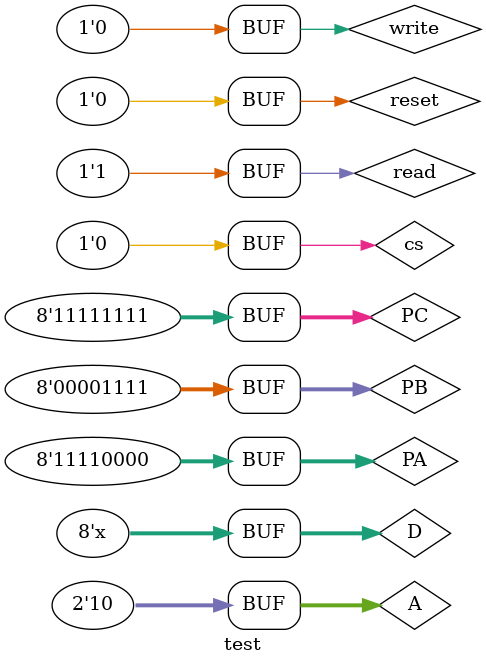
<source format=v>
`timescale 1ns / 1ps

module test;

	// Inputs
	reg write;
	reg read;
	reg cs;
	reg reset;
	reg [1:0] A;

	// Bidirs
	wire [7:0] D;
	wire [7:0] PA;
	wire [7:0] PB;
	wire [7:0] PC;

	// Instantiate the (DUT)
	ppi_8255 dut (
		.D(D), 
		.PA(PA), 
		.PB(PB), 
		.PC(PC), 
		.write(write), 
		.read(read), 
		.cs(cs), 
		.reset(reset), 
		.A_in(A)
	);

	assign D = (!read && write ) ? 8'b1000_0000 : 8'bzzzz_zzzz ; //write in D and output on ports
	assign PA =(read && !write )? 8'b1111_0000 : 8'bzzzz_zzzz;
	assign PB =  (read && !write)? 8'b0000_1111 : 8'bzzzz_zzzz;
	assign PC = (read && !write && A==2'b10)? 8'b1111_1111 : 8'bzzzz_zzzz;


	initial begin
	
		// read control word	
		cs =  0;
		reset = 0;
		A = 2'b11;

		//Write Controls
		read = 0;
		write = 1;

		#10;
		// Write on port A
		A = 2'b00;
		#10;

		//Write on port B
		A = 2'b01;
		#10;

		//Write on port C
		A = 2'b10;
		#10;

		// read from ports
		read = 1;
		write = 0;

		A = 2'b00;
		#10;

		A = 2'b01;
		#10;

		A = 2'b10;
	end
      
endmodule


</source>
